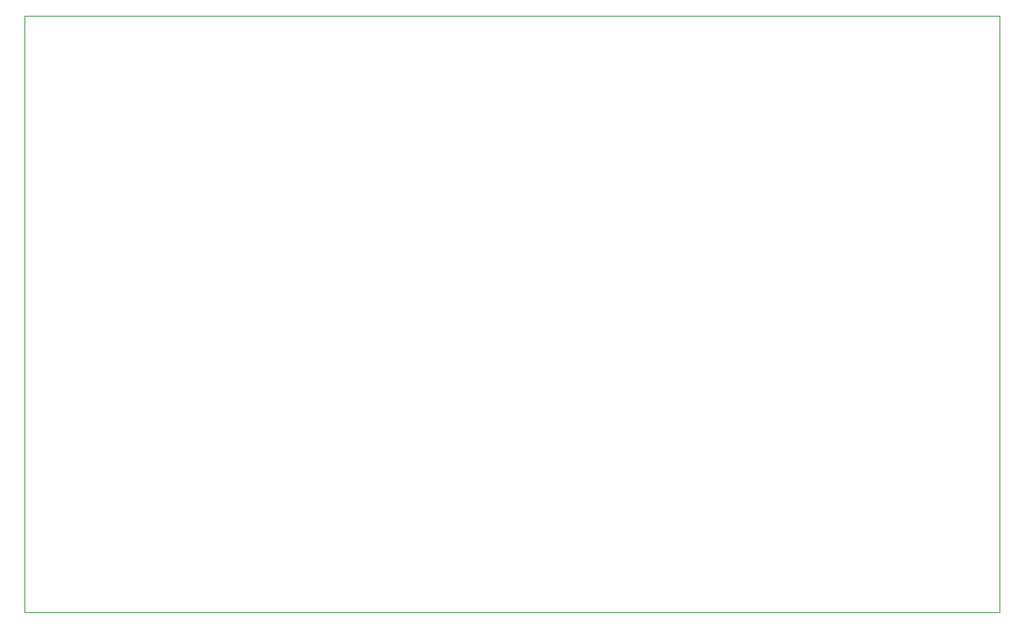
<source format=gm1>
%TF.GenerationSoftware,KiCad,Pcbnew,6.0.11-2627ca5db0~126~ubuntu20.04.1*%
%TF.CreationDate,2023-02-14T13:25:55-05:00*%
%TF.ProjectId,PowerSwitches,506f7765-7253-4776-9974-636865732e6b,rev?*%
%TF.SameCoordinates,Original*%
%TF.FileFunction,Profile,NP*%
%FSLAX46Y46*%
G04 Gerber Fmt 4.6, Leading zero omitted, Abs format (unit mm)*
G04 Created by KiCad (PCBNEW 6.0.11-2627ca5db0~126~ubuntu20.04.1) date 2023-02-14 13:25:55*
%MOMM*%
%LPD*%
G01*
G04 APERTURE LIST*
%TA.AperFunction,Profile*%
%ADD10C,0.100000*%
%TD*%
G04 APERTURE END LIST*
D10*
X94436000Y-44208000D02*
X198882000Y-44208000D01*
X198882000Y-44208000D02*
X198882000Y-108192000D01*
X198882000Y-108192000D02*
X94436000Y-108192000D01*
X94436000Y-108192000D02*
X94436000Y-44208000D01*
M02*

</source>
